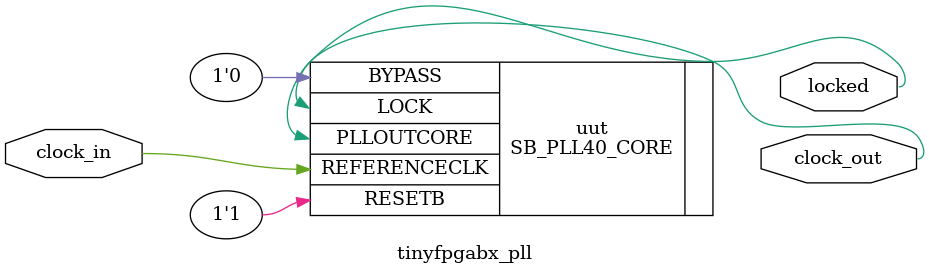
<source format=v>
/**
 * PLL configuration
 *
 * This Verilog module was generated automatically
 * using the icepll tool from the IceStorm project.
 * Use at your own risk.
 *
 * Given input frequency:        16.000 MHz
 * Requested output frequency:   20.000 MHz
 * Achieved output frequency:    20.000 MHz
 */

module tinyfpgabx_pll(
	input  clock_in,
	output clock_out,
	output locked
	);

SB_PLL40_CORE #(
		.FEEDBACK_PATH("SIMPLE"),
		.DIVR(4'b0000),		// DIVR =  0
		.DIVF(7'b0100111),	// DIVF = 39
		.DIVQ(3'b101),		// DIVQ =  5
		.FILTER_RANGE(3'b001)	// FILTER_RANGE = 1
	) uut (
		.LOCK(locked),
		.RESETB(1'b1),
		.BYPASS(1'b0),
		.REFERENCECLK(clock_in),
		.PLLOUTCORE(clock_out)
		);

endmodule

</source>
